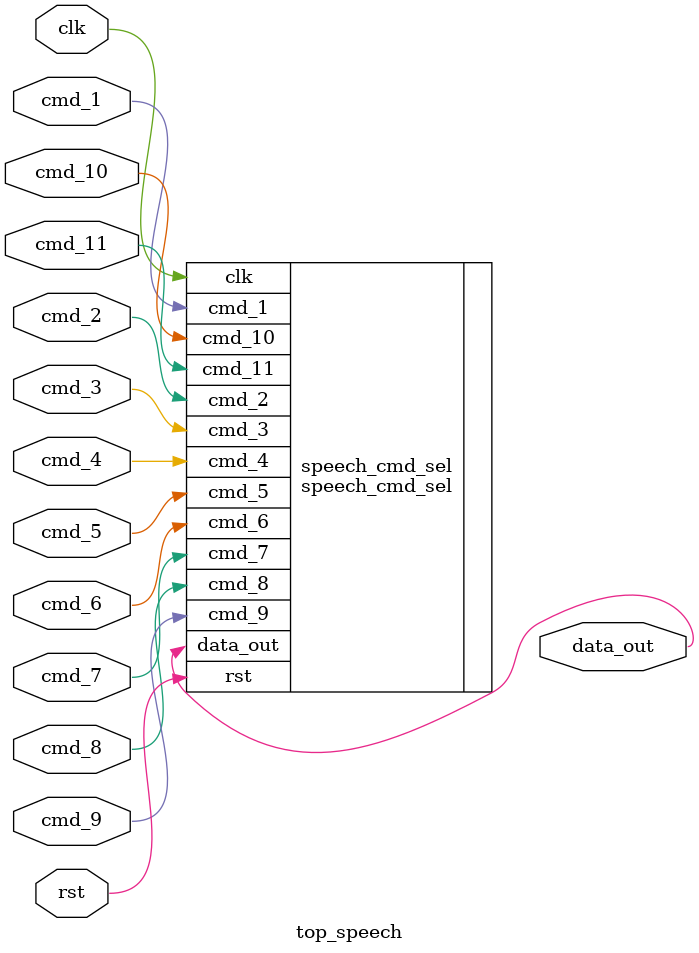
<source format=v>
`timescale 1ns / 1ps
module top_speech(
	input clk,
	input rst,
	input cmd_1,                  //自动模式
	input cmd_2,                  //辅助模式
	input cmd_3,                  //摇杆模式
	input cmd_4,                  //环境信息
	input cmd_5,                  //指纹正确
	input cmd_6,                  //指纹错误
	input cmd_7,                  //发现目标
	input cmd_8,                  //目标消失 
	input cmd_9,                  //一氧化碳警告
	input cmd_10,                 //火焰警告
	input cmd_11,                 //以获取最高权限
	output data_out
    );
	
	

	
	speech_cmd_sel speech_cmd_sel(
	.clk(clk),
	.rst(rst),
	.cmd_1(cmd_1),
	.cmd_2(cmd_2),
	.cmd_3(cmd_3),
	.cmd_4(cmd_4),
	.cmd_5(cmd_5),
	.cmd_6(cmd_6),
	.cmd_7(cmd_7),
	.cmd_8(cmd_8),
	.cmd_9(cmd_9),
	.cmd_10(cmd_10),
	.cmd_11(cmd_11),
	.data_out(data_out)
    );
	


endmodule

</source>
